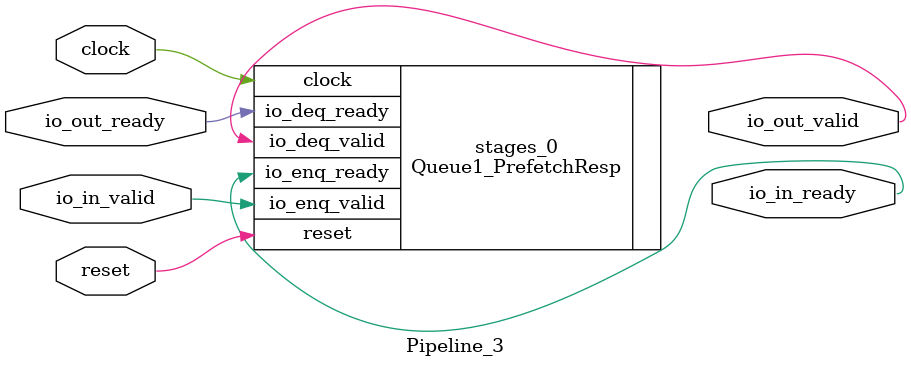
<source format=v>
module Pipeline_3(
  input  clock,
  input  reset,
  output io_in_ready,
  input  io_in_valid,
  input  io_out_ready,
  output io_out_valid
);

  Queue1_PrefetchResp stages_0 (
    .clock        (clock),
    .reset        (reset),
    .io_enq_ready (io_in_ready),
    .io_enq_valid (io_in_valid),
    .io_deq_ready (io_out_ready),
    .io_deq_valid (io_out_valid)
  );
endmodule


</source>
